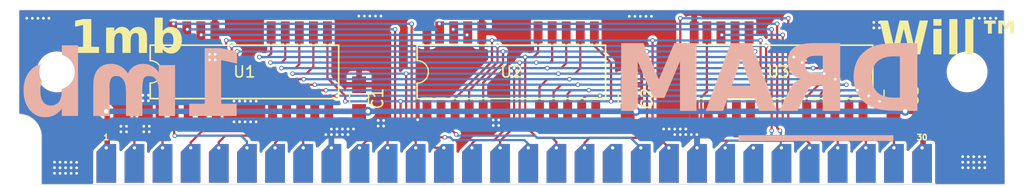
<source format=kicad_pcb>
(kicad_pcb (version 20240108) (generator "pcbnew") (generator_version "8.0")
  (layers (0 "F.Cu" signal) (1 "In1.Cu" power) (2 "In2.Cu" power) (31 "B.Cu" signal) (34 "B.Paste" user) (35 "F.Paste" user) (36 "B.SilkS" user "B.Silkscreen") (37 "F.SilkS" user "F.Silkscreen") (38 "B.Mask" user) (39 "F.Mask" user) (44 "Edge.Cuts" user))
  (net 0 "")
  (net 1 "WE")
  (net 2 "DQ5")
  (net 3 "DP")
  (net 4 "CASP")
  (net 5 "RAS")
  (net 7 "+5V")
  (net 8 "QP")
  (net 9 "A8")
  (net 10 "DQ7")
  (net 11 "GND")
  (net 12 "A9")
  (net 14 "DQ6")
  (net 15 "A5")
  (net 16 "A4")
  (net 17 "DQ2")
  (net 18 "DQ4")
  (net 19 "DQ3")
  (net 20 "A7")
  (net 21 "A6")
  (net 22 "A2")
  (net 23 "A3")
  (net 24 "DQ1")
  (net 25 "A1")
  (net 26 "A0")
  (net 27 "DQ0")
  (net 28 "CAS")
  (footprint "Sebs:30pinSIMM" (layer "F.Cu") (at 114.3 127)
    (property "Reference" "B1" (hide yes))
    (property "Value" "30pinSIMM")
  )
  (footprint "Sebs:SOJ-20" (layer "F.Cu") (at 134.65 116.84)
    (property "Reference" "U1")
    (property "Value" "JEDEC-FPDRAM")
  )
  (footprint "Sebs:SOJ-20" (layer "F.Cu") (at 158.75 116.84)
    (property "Reference" "U2")
    (property "Value" "JEDEC-FPDRAM")
  )
  (footprint "Mounting_Holes:MountingHole_3.2mm_M3" (layer "F.Cu") (at 117.729 116.84)
    (property "Reference" "H1" (hide yes))
    (property "Value" "MountingHole")
  )
  (footprint "Mounting_Holes:MountingHole_3.2mm_M3" (layer "F.Cu") (at 199.898 116.84)
    (property "Reference" "H2" (hide yes))
    (property "Value" "MountingHole")
  )
  (footprint "Capacitors_SMD:C_0805_HandSoldering" (layer "F.Cu") (at 145 119.25 90)
    (property "Reference" "C1")
    (property "Value" "CP")
  )
  (footprint "Capacitors_SMD:C_0805_HandSoldering" (layer "F.Cu") (at 169.25 119.25 90)
    (property "Reference" "C2")
    (property "Value" "CP")
  )
  (footprint "Capacitors_SMD:C_0805_HandSoldering" (layer "F.Cu") (at 193.25 119 90)
    (property "Reference" "C3")
    (property "Value" "CP")
  )
  (footprint "Sebs:SOJ-20" (layer "F.Cu") (at 182.88 116.84)
    (property "Reference" "U3")
    (property "Value" "JEDEC-FPDRAM_Parity")
  )
  (gr_line (start 116.332 122.682) (end 116.332 127) (stroke (width 0.05)) (layer "Edge.Cuts"))
  (gr_line (start 203.25 111.25) (end 114.3 111.25) (stroke (width 0.05)) (layer "Edge.Cuts"))
  (gr_line (start 116.332 127) (end 203.3 127) (stroke (width 0.05)) (layer "Edge.Cuts"))
  (gr_line (start 203.3 127) (end 203.25 111.25) (stroke (width 0.05)) (layer "Edge.Cuts"))
  (gr_line (start 114.3 111.25) (end 114.3 120.65) (stroke (width 0.05)) (layer "Edge.Cuts"))
  (gr_arc (start 114.3 120.65) (mid 115.736841 121.245159) (end 116.332 122.682) (stroke (width 0.05)) (layer "Edge.Cuts"))
  (gr_text "DRAM" (at 196.18 121.38 0) (layer "B.SilkS") (effects (font (size 6 6) (thickness 1.5) (bold yes) (italic yes)) (justify left bottom mirror)))
  (gr_text "1mb" (at 134.93 121.84 0) (layer "B.SilkS") (effects (font (size 6 6) (thickness 1.5) (bold yes) (italic yes)) (justify left bottom mirror)))
  (gr_text "\n_" (at 193.24 122.44 0) (layer "B.SilkS") (effects (font (size 4 20) (thickness 0.5) (bold yes) (italic yes)) (justify left bottom mirror)))
  (gr_text "Will™" (at 191.87 115.77 0) (layer "F.SilkS") (effects (font (size 3 3) (thickness 0.3) (bold yes)) (justify left bottom)))
  (gr_text "1mb" (at 118.89 115.64 0) (layer "F.SilkS") (effects (font (size 3 3) (thickness 0.3) (bold yes)) (justify left bottom)))
  (segment (start 153.67 119.218628) (end 153.67 120.396) (width 0.2) (layer "F.Cu") (net 1))
  (segment (start 157 115.888628) (end 153.67 119.218628) (width 0.2) (layer "F.Cu") (net 1))
  (segment (start 176.53 119.666) (end 176.53 120.396) (width 0.2) (layer "F.Cu") (net 1))
  (segment (start 171.5 122.224) (end 172.974 123.698) (width 0.2) (layer "F.Cu") (net 1))
  (segment (start 133 116) (end 129.57 119.43) (width 0.2) (layer "F.Cu") (net 1))
  (segment (start 181.25 117.5) (end 180.054 118.696) (width 0.2) (layer "F.Cu") (net 1))
  (segment (start 180.054 118.696) (end 177.5 118.696) (width 0.2) (layer "F.Cu") (net 1))
  (segment (start 133 114) (end 133 116) (width 0.2) (layer "F.Cu") (net 1))
  (segment (start 181.25 114) (end 181.25 117.5) (width 0.2) (layer "F.Cu") (net 1))
  (segment (start 157 114) (end 157 115.888628) (width 0.2) (layer "F.Cu") (net 1))
  (segment (start 177.5 118.696) (end 176.53 119.666) (width 0.2) (layer "F.Cu") (net 1))
  (segment (start 129.57 119.43) (end 129.57 120.396) (width 0.2) (layer "F.Cu") (net 1))
  (segment (start 171.5 114) (end 171.5 122.224) (width 0.2) (layer "F.Cu") (net 1))
  (via (at 181.25 114) (size 0.4) (drill 0.25) (layers "F.Cu" "B.Cu") (net 1))
  (via (at 171.5 114) (size 0.4) (drill 0.25) (layers "F.Cu" "B.Cu") (net 1))
  (via (at 133 114) (size 0.4) (drill 0.25) (layers "F.Cu" "B.Cu") (net 1))
  (via (at 157 114) (size 0.4) (drill 0.25) (layers "F.Cu" "B.Cu") (net 1))
  (segment (start 181.25 114) (end 171.5 114) (width 0.2) (layer "B.Cu") (net 1))
  (segment (start 157 114) (end 133 114) (width 0.2) (layer "B.Cu") (net 1))
  (segment (start 171.5 114) (end 157 114) (width 0.2) (layer "B.Cu") (net 1))
  (segment (start 152.4 121.12) (end 152.4 120.396) (width 0.2) (layer "F.Cu") (net 2))
  (segment (start 153.765 122.485) (end 152.4 121.12) (width 0.2) (layer "F.Cu") (net 2))
  (via (at 153.765 122.485) (size 0.4) (drill 0.25) (layers "F.Cu" "B.Cu") (net 2))
  (segment (start 160.88 122.6) (end 161.08 122.8) (width 0.2) (layer "B.Cu") (net 2))
  (segment (start 153.88 122.6) (end 160.88 122.6) (width 0.2) (layer "B.Cu") (net 2))
  (segment (start 153.765 122.485) (end 153.88 122.6) (width 0.2) (layer "B.Cu") (net 2))
  (segment (start 169.536 122.8) (end 170.434 123.698) (width 0.2) (layer "B.Cu") (net 2))
  (segment (start 161.08 122.8) (end 169.536 122.8) (width 0.2) (layer "B.Cu") (net 2))
  (segment (start 174 114.891422) (end 175.26 116.151422) (width 0.2) (layer "F.Cu") (net 3))
  (segment (start 193.294 123.698) (end 193.294 123.084) (width 0.2) (layer "F.Cu") (net 3))
  (segment (start 183.75 120.964314) (end 183.75 112) (width 0.2) (layer "F.Cu") (net 3))
  (segment (start 174 112) (end 174 114.891422) (width 0.2) (layer "F.Cu") (net 3))
  (segment (start 175.26 116.151422) (end 175.26 120.396) (width 0.2) (layer "F.Cu") (net 3))
  (segment (start 184.633686 121.848) (end 183.75 120.964314) (width 0.2) (layer "F.Cu") (net 3))
  (segment (start 193.294 123.084) (end 192.058 121.848) (width 0.2) (layer "F.Cu") (net 3))
  (segment (start 192.058 121.848) (end 184.633686 121.848) (width 0.2) (layer "F.Cu") (net 3))
  (via (at 183.75 112) (size 0.4) (drill 0.25) (layers "F.Cu" "B.Cu") (net 3))
  (via (at 174 112) (size 0.4) (drill 0.25) (layers "F.Cu" "B.Cu") (net 3))
  (segment (start 183.75 112) (end 174 112) (width 0.2) (layer "B.Cu") (net 3))
  (segment (start 183.25 113.5) (end 183.25 121.03) (width 0.2) (layer "F.Cu") (net 4))
  (segment (start 190.754 122.944) (end 190.754 123.698) (width 0.2) (layer "F.Cu") (net 4))
  (segment (start 183.25 121.03) (end 184.468 122.248) (width 0.2) (layer "F.Cu") (net 4))
  (segment (start 184.468 122.248) (end 190.058 122.248) (width 0.2) (layer "F.Cu") (net 4))
  (segment (start 190.058 122.248) (end 190.754 122.944) (width 0.2) (layer "F.Cu") (net 4))
  (via (at 177.75 113.5) (size 0.4) (drill 0.25) (layers "F.Cu" "B.Cu") (net 4))
  (via (at 183.25 113.5) (size 0.4) (drill 0.25) (layers "F.Cu" "B.Cu") (net 4))
  (segment (start 183.25 113.5) (end 177.75 113.5) (width 0.2) (layer "B.Cu") (net 4))
  (segment (start 188.214 122.964) (end 187.898 122.648) (width 0.2) (layer "F.Cu") (net 5))
  (segment (start 187.898 122.648) (end 178.898 122.648) (width 0.2) (layer "F.Cu") (net 5))
  (segment (start 180.404 119.096) (end 178.37 119.096) (width 0.2) (layer "F.Cu") (net 5))
  (segment (start 154.94 118.514314) (end 154.94 120.396) (width 0.2) (layer "F.Cu") (net 5))
  (segment (start 177.8 119.666) (end 177.8 120.396) (width 0.2) (layer "F.Cu") (net 5))
  (segment (start 130.84 118.725686) (end 130.84 120.396) (width 0.2) (layer "F.Cu") (net 5))
  (segment (start 178.898 122.648) (end 177.8 121.55) (width 0.2) (layer "F.Cu") (net 5))
  (segment (start 188.214 123.698) (end 188.214 122.964) (width 0.2) (layer "F.Cu") (net 5))
  (segment (start 181.75 117.75) (end 180.404 119.096) (width 0.2) (layer "F.Cu") (net 5))
  (segment (start 178.37 119.096) (end 177.8 119.666) (width 0.2) (layer "F.Cu") (net 5))
  (segment (start 181.75 114.5) (end 181.75 117.75) (width 0.2) (layer "F.Cu") (net 5))
  (segment (start 157.5 115.954314) (end 154.94 118.514314) (width 0.2) (layer "F.Cu") (net 5))
  (segment (start 133.5 116.065686) (end 130.84 118.725686) (width 0.2) (layer "F.Cu") (net 5))
  (segment (start 157.5 114.5) (end 157.5 115.954314) (width 0.2) (layer "F.Cu") (net 5))
  (segment (start 133.5 114.5) (end 133.5 116.065686) (width 0.2) (layer "F.Cu") (net 5))
  (segment (start 177.8 121.55) (end 177.8 120.396) (width 0.2) (layer "F.Cu") (net 5))
  (via (at 181.75 114.5) (size 0.4) (drill 0.25) (layers "F.Cu" "B.Cu") (net 5))
  (via (at 157.5 114.5) (size 0.4) (drill 0.25) (layers "F.Cu" "B.Cu") (net 5))
  (via (at 133.5 114.5) (size 0.4) (drill 0.25) (layers "F.Cu" "B.Cu") (net 5))
  (segment (start 181.75 114.5) (end 157.5 114.5) (width 0.2) (layer "B.Cu") (net 5))
  (segment (start 157.5 114.5) (end 133.5 114.5) (width 0.2) (layer "B.Cu") (net 5))
  (segment (start 170 120.4) (end 169.996 120.396) (width 0.5) (layer "F.Cu") (net 7))
  (segment (start 194.3 120.396) (end 190.5 120.396) (width 0.5) (layer "F.Cu") (net 7))
  (segment (start 145.796 120.396) (end 142.27 120.396) (width 0.5) (layer "F.Cu") (net 7))
  (segment (start 145.8 120.4) (end 144.900001 120.4) (width 0.5) (layer "F.Cu") (net 7))
  (segment (start 122.17 120.4) (end 122.26 120.49) (width 0.5) (layer "F.Cu") (net 7))
  (segment (start 145.8 120.4) (end 145.796 120.396) (width 0.5) (layer "F.Cu") (net 7))
  (segment (start 195.196 120.396) (end 195.92 121.12) (width 0.5) (layer "F.Cu") (net 7))
  (segment (start 144.900001 120.4) (end 144.896001 120.396) (width 0.5) (layer "F.Cu") (net 7))
  (segment (start 195.92 123.612) (end 195.834 123.698) (width 0.5) (layer "F.Cu") (net 7))
  (segment (start 169.349999 120.4) (end 169.25 120.499999) (width 0.5) (layer "F.Cu") (net 7))
  (segment (start 122.26 120.49) (end 122.26 123.612) (width 0.5) (layer "F.Cu") (net 7))
  (segment (start 144.896001 120.396) (end 145 120.499999) (width 0.2) (layer "F.Cu") (net 7))
  (segment (start 170 120.4) (end 169.349999 120.4) (width 0.5) (layer "F.Cu") (net 7))
  (segment (start 122.26 123.612) (end 122.174 123.698) (width 0.5) (layer "F.Cu") (net 7))
  (segment (start 195.92 121.12) (end 195.92 123.612) (width 0.5) (layer "F.Cu") (net 7))
  (segment (start 169.996 120.396) (end 166.37 120.396) (width 0.5) (layer "F.Cu") (net 7))
  (segment (start 194.3 120.396) (end 195.196 120.396) (width 0.5) (layer "F.Cu") (net 7))
  (via (at 170 120.4) (size 0.8) (drill 0.4) (layers "F.Cu" "B.Cu") (net 7))
  (via (at 122.17 120.4) (size 0.8) (drill 0.39878) (layers "F.Cu" "B.Cu") (net 7))
  (via (at 145.8 120.4) (size 0.8) (drill 0.4) (layers "F.Cu" "B.Cu") (net 7))
  (via (at 194.3 120.396) (size 0.8) (drill 0.4) (layers "F.Cu" "B.Cu") (net 7))
  (segment (start 145.8 120.4) (end 170 120.4) (width 0.5) (layer "B.Cu") (net 7))
  (segment (start 145.8 120.4) (end 122.17 120.4) (width 0.5) (layer "B.Cu") (net 7))
  (segment (start 170 120.4) (end 194.296 120.4) (width 0.5) (layer "B.Cu") (net 7))
  (segment (start 194.296 120.4) (end 194.3 120.396) (width 0.5) (layer "B.Cu") (net 7))
  (segment (start 175.9 119.122) (end 176.403 118.619) (width 0.2) (layer "F.Cu") (net 8))
  (segment (start 177.448 123.048) (end 175.9 121.5) (width 0.2) (layer "F.Cu") (net 8))
  (segment (start 176.403 118.619) (end 176.403 113.284) (width 0.2) (layer "F.Cu") (net 8))
  (segment (start 185.674 123.698) (end 185.674 123.304) (width 0.2) (layer "F.Cu") (net 8))
  (segment (start 185.674 123.698) (end 185.488 123.512) (width 0.2) (layer "F.Cu") (net 8))
  (segment (start 185.674 123.304) (end 185.418 123.048) (width 0.2) (layer "F.Cu") (net 8))
  (segment (start 175.9 121.5) (end 175.9 119.122) (width 0.2) (layer "F.Cu") (net 8))
  (segment (start 185.418 123.048) (end 177.448 123.048) (width 0.2) (layer "F.Cu") (net 8))
  (segment (start 162.45 122.8) (end 162.814 123.164) (width 0.2) (layer "F.Cu") (net 9))
  (segment (start 161.08 122.8) (end 162.45 122.8) (width 0.2) (layer "F.Cu") (net 9))
  (segment (start 185 115.5) (end 185.293 115.207) (width 0.2) (layer "F.Cu") (net 9))
  (segment (start 161.163 115.087) (end 161.163 113.284) (width 0.2) (layer "F.Cu") (net 9))
  (segment (start 160 115.5) (end 160 121.72) (width 0.2) (layer "F.Cu") (net 9))
  (segment (start 162.814 123.164) (end 162.814 123.698) (width 0.2) (layer "F.Cu") (net 9))
  (segment (start 136 115.5) (end 136.75 115.5) (width 0.2) (layer "F.Cu") (net 9))
  (segment (start 137.063 115.187) (end 137.063 113.284) (width 0.2) (layer "F.Cu") (net 9))
  (segment (start 160 115.5) (end 160.75 115.5) (width 0.2) (layer "F.Cu") (net 9))
  (segment (start 185.293 115.207) (end 185.293 113.284) (width 0.2) (layer "F.Cu") (net 9))
  (segment (start 160 121.72) (end 161.08 122.8) (width 0.2) (layer "F.Cu") (net 9))
  (segment (start 160.75 115.5) (end 161.163 115.087) (width 0.2) (layer "F.Cu") (net 9))
  (segment (start 136.75 115.5) (end 137.063 115.187) (width 0.2) (layer "F.Cu") (net 9))
  (segment (start 184.25 115.5) (end 185 115.5) (width 0.2) (layer "F.Cu") (net 9))
  (via (at 160 115.5) (size 0.4) (drill 0.25) (layers "F.Cu" "B.Cu") (net 9))
  (via (at 136 115.5) (size 0.4) (drill 0.25) (layers "F.Cu" "B.Cu") (net 9))
  (via (at 184.25 115.5) (size 0.4) (drill 0.25) (layers "F.Cu" "B.Cu") (net 9))
  (segment (start 184.25 115.5) (end 160 115.5) (width 0.2) (layer "B.Cu") (net 9))
  (segment (start 160 115.5) (end 136 115.5) (width 0.2) (layer "B.Cu") (net 9))
  (segment (start 183 122.148) (end 182.75 121.898) (width 0.2) (layer "F.Cu") (net 10))
  (segment (start 182.75 121.898) (end 182.75 112.5) (width 0.2) (layer "F.Cu") (net 10))
  (via (at 183 122.148) (size 0.4) (drill 0.25) (layers "F.Cu" "B.Cu") (net 10))
  (via (at 182.75 112.5) (size 0.4) (drill 0.25) (layers "F.Cu" "B.Cu") (net 10))
  (via (at 152.25 112.5) (size 0.4) (drill 0.25) (layers "F.Cu" "B.Cu") (net 10))
  (segment (start 183.08 123.644) (end 183.134 123.698) (width 0.2) (layer "B.Cu") (net 10))
  (segment (start 183 122.148) (end 183.08 122.228) (width 0.2) (layer "B.Cu") (net 10))
  (segment (start 183.08 122.228) (end 183.08 123.644) (width 0.2) (layer "B.Cu") (net 10))
  (segment (start 182.75 112.5) (end 152.25 112.5) (width 0.2) (layer "B.Cu") (net 10))
  (via (at 135.71 119.48) (size 0.4) (drill 0.25) (layers "F.Cu" "B.Cu") (net 11))
  (via (at 118.5 125) (size 0.4) (drill 0.25) (layers "F.Cu" "B.Cu") (net 11))
  (via (at 116.5 112) (size 0.4) (drill 0.25) (layers "F.Cu" "B.Cu") (net 11))
  (via (at 170.9 111.82) (size 0.4) (drill 0.25) (layers "F.Cu" "B.Cu") (net 11))
  (via (at 147.22 121.73) (size 0.4) (drill 0.25) (layers "F.Cu" "B.Cu") (net 11))
  (via (at 191.98 112.37) (size 0.4) (drill 0.25) (layers "F.Cu" "B.Cu") (net 11))
  (via (at 173.5 122.5) (size 0.4) (drill 0.25) (layers "F.Cu" "B.Cu") (net 11))
  (via (at 119.5 125) (size 0.4) (drill 0.25) (layers "F.Cu" "B.Cu") (net 11))
  (via (at 145.48 111.8) (size 0.4) (drill 0.25) (layers "F.Cu" "B.Cu") (net 11))
  (via (at 143.5 122) (size 0.4) (drill 0.25) (layers "F.Cu" "B.Cu") (net 11))
  (via (at 135.21 121.35) (size 0.4) (drill 0.25) (layers "F.Cu" "B.Cu") (net 11))
  (via (at 175.5 122.5) (size 0.4) (drill 0.25) (layers "F.Cu" "B.Cu") (net 11))
  (via (at 144.5 122) (size 0.4) (drill 0.25) (layers "F.Cu" "B.Cu") (net 11))
  (via (at 117.498696 124.989681) (size 0.4) (drill 0.25) (layers "F.Cu" "B.Cu") (net 11))
  (via (at 131.5 115.25) (size 0.4) (drill 0.25) (layers "F.Cu" "B.Cu") (net 11))
  (via (at 202 112) (size 0.4) (drill 0.25) (layers "F.Cu" "B.Cu") (net 11))
  (via (at 119 126) (size 0.4) (drill 0.25) (layers "F.Cu" "B.Cu") (net 11))
  (via (at 134.71 119.48) (size 0.4) (drill 0.25) (layers "F.Cu" "B.Cu") (net 11))
  (via (at 135.21 119.48) (size 0.4) (drill 0.25) (layers "F.Cu" "B.Cu") (net 11))
  (via (at 191.98 112.87) (size 0.4) (drill 0.25) (layers "F.Cu" "B.Cu") (net 11))
  (via (at 157.11 121.68) (size 0.4) (drill 0.25) (layers "F.Cu" "B.Cu") (net 11))
  (via (at 201 125.5) (size 0.4) (drill 0.25) (layers "F.Cu" "B.Cu") (net 11))
  (via (at 201 125) (size 0.4) (drill 0.25) (layers "F.Cu" "B.Cu") (net 11))
  (via (at 199.498696 125.489681) (size 0.4) (drill 0.25) (layers "F.Cu" "B.Cu") (net 11))
  (via (at 142.5 122) (size 0.4) (drill 0.25) (layers "F.Cu" "B.Cu") (net 11))
  (via (at 170.4 111.82) (size 0.4) (drill 0.25) (layers "F.Cu" "B.Cu") (net 11))
  (via (at 191.48 112.87) (size 0.4) (drill 0.25) (layers "F.Cu" "B.Cu") (net 11))
  (via (at 126.06 122.25) (size 0.4) (drill 0.25) (layers "F.Cu" "B.Cu") (net 11))
  (via (at 125.98 119.45) (size 0.4) (drill 0.25) (layers "F.Cu" "B.Cu") (net 11))
  (via (at 131.5 115.75) (size 0.4) (drill 0.25) (layers "F.Cu" "B.Cu") (net 11))
  (via (at 145.98 111.8) (size 0.4) (drill 0.25) (layers "F.Cu" "B.Cu") (net 11))
  (via (at 119 125) (size 0.4) (drill 0.25) (layers "F.Cu" "B.Cu") (net 11))
  (via (at 125.56 122.25) (size 0.4) (drill 0.25) (layers "F.Cu" "B.Cu") (net 11))
  (via (at 133.71 121.35) (size 0.4) (drill 0.25) (layers "F.Cu" "B.Cu") (net 11))
  (via (at 199.498696 124.989681) (size 0.4) (drill 0.25) (layers "F.Cu" "B.Cu") (net 11))
  (via (at 115.5 112) (size 0.4) (drill 0.25) (layers "F.Cu" "B.Cu") (net 11))
  (via (at 134.21 121.35) (size 0.4) (drill 0.25) (layers "F.Cu" "B.Cu") (net 11))
  (via (at 126.06 121.75) (size 0.4) (drill 0.25) (layers "F.Cu" "B.Cu") (net 11))
  (via (at 202.5 112) (size 0.4) (drill 0.25) (layers "F.Cu" "B.Cu") (net 11))
  (via (at 124 122.25) (size 0.4) (drill 0.25) (layers "F.Cu" "B.Cu") (net 11))
  (via (at 119.5 126) (size 0.4) (drill 0.25) (layers "F.Cu" "B.Cu") (net 11))
  (via (at 134.21 119.48) (size 0.4) (drill 0.25) (layers "F.Cu" "B.Cu") (net 11))
  (via (at 201.5 112) (size 0.4) (drill 0.25) (layers "F.Cu" "B.Cu") (net 11))
  (via (at 150.29 121.16) (size 0.4) (drill 0.25) (layers "F.Cu" "B.Cu") (net 11))
  (via (at 171.4 111.82) (size 0.4) (drill 0.25) (layers "F.Cu" "B.Cu") (net 11))
  (via (at 118.5 126) (size 0.4) (drill 0.25) (layers "F.Cu" "B.Cu") (net 11))
  (via (at 119.5 125.5) (size 0.4) (drill 0.25) (layers "F.Cu" "B.Cu") (net 11))
  (via (at 123.5 122.25) (size 0.4) (drill 0.25) (layers "F.Cu" "B.Cu") (net 11))
  (via (at 125.98 118.95) (size 0.4) (drill 0.25) (layers "F.Cu" "B.Cu") (net 11))
  (via (at 144.98 111.8) (size 0.4) (drill 0.25) (layers "F.Cu" "B.Cu") (net 11))
  (via (at 117 112) (size 0.4) (drill 0.25) (layers "F.Cu" "B.Cu") (net 11))
  (via (at 201.5 124.5) (size 0.4) (drill 0.25) (layers "F.Cu" "B.Cu") (net 11))
  (via (at 174 122.5) (size 0.4) (drill 0.25) (layers "F.Cu" "B.Cu") (net 11))
  (via (at 146.72 121.73) (size 0.4) (drill 0.25) (layers "F.Cu" "B.Cu") (net 11))
  (via (at 201.5 125) (size 0.4) (drill 0.25) (layers "F.Cu" "B.Cu") (net 11))
  (via (at 134.71 121.35) (size 0.4) (drill 0.25) (layers "F.Cu" "B.Cu") (net 11))
  (via (at 191.48 112.37) (size 0.4) (drill 0.25) (layers "F.Cu" "B.Cu") (net 11))
  (via (at 115 112) (size 0.4) (drill 0.25) (layers "F.Cu" "B.Cu") (net 11))
  (via (at 133.71 119.48) (size 0.4) (drill 0.25) (layers "F.Cu" "B.Cu") (net 11))
  (via (at 146.48 111.8) (size 0.4) (drill 0.25) (layers "F.Cu" "B.Cu") (net 11))
  (via (at 117.498696 125.489681) (size 0.4) (drill 0.25) (layers "F.Cu" "B.Cu") (net 11))
  (via (at 146.98 111.8) (size 0.4) (drill 0.25) (layers "F.Cu" "B.Cu") (net 11))
  (via (at 200 125.5) (size 0.4) (drill 0.25) (layers "F.Cu" "B.Cu") (net 11))
  (via (at 125.48 119.45) (size 0.4) (drill 0.25) (layers "F.Cu" "B.Cu") (net 11))
  (via (at 125.48 118.95) (size 0.4) (drill 0.25) (layers "F.Cu" "B.Cu") (net 11))
  (via (at 144 122.5) (size 0.4) (drill 0.25) (layers "F.Cu" "B.Cu") (net 11))
  (via (at 200 125) (size 0.4) (drill 0.25) (layers "F.Cu" "B.Cu") (net 11))
  (via (at 147.22 121.23) (size 0.4) (drill 0.25) (layers "F.Cu" "B.Cu") (net 11))
  (via (at 125.56 121.75) (size 0.4) (drill 0.25) (layers "F.Cu" "B.Cu") (net 11))
  (via (at 173.5 122) (size 0.4) (drill 0.25) (layers "F.Cu" "B.Cu") (net 11))
  (via (at 135.71 121.35) (size 0.4) (drill 0.25) (layers "F.Cu" "B.Cu") (net 11))
  (via (at 123.5 121.75) (size 0.4) (drill 0.25) (layers "F.Cu" "B.Cu") (net 11))
  (via (at 200.5 112) (size 0.4) (drill 0.25) (layers "F.Cu" "B.Cu") (net 11))
  (via (at 144 122) (size 0.4) (drill 0.25) (layers "F.Cu" "B.Cu") (net 11))
  (via (at 199.498696 124.489681) (size 0.4) (drill 0.25) (layers "F.Cu" "B.Cu") (net 11))
  (via (at 200.5 125) (size 0.4) (drill 0.25) (layers "F.Cu" "B.Cu") (net 11))
  (via (at 200.5 124.5) (size 0.4) (drill 0.25) (layers "F.Cu" "B.Cu") (net 11))
  (via (at 169.4 111.82) (size 0.4) (drill 0.25) (layers "F.Cu" "B.Cu") (net 11))
  (via (at 119 125.5) (size 0.4) (drill 0.25) (layers "F.Cu" "B.Cu") (net 11))
  (via (at 157.61 121.18) (size 0.4) (drill 0.25) (layers "F.Cu" "B.Cu") (net 11))
  (via (at 118.5 125.5) (size 0.4) (drill 0.25) (layers "F.Cu" "B.Cu") (net 11))
  (via (at 157.61 121.68) (size 0.4) (drill 0.25) (layers "F.Cu" "B.Cu") (net 11))
  (via (at 116 112) (size 0.4) (drill 0.25) (layers "F.Cu" "B.Cu") (net 11))
  (via (at 174 122) (size 0.4) (drill 0.25) (layers "F.Cu" "B.Cu") (net 11))
  (via (at 143.5 122.5) (size 0.4) (drill 0.25) (layers "F.Cu" "B.Cu") (net 11))
  (via (at 173 122) (size 0.4) (drill 0.25) (layers "F.Cu" "B.Cu") (net 11))
  (via (at 172.5 122) (size 0.4) (drill 0.25) (layers "F.Cu" "B.Cu") (net 11))
  (via (at 142.5 122.5) (size 0.4) (drill 0.25) (layers "F.Cu" "B.Cu") (net 11))
  (via (at 118 125.5) (size 0.4) (drill 0.25) (layers "F.Cu" "B.Cu") (net 11))
  (via (at 118 126) (size 0.4) (drill 0.25) (layers "F.Cu" "B.Cu") (net 11))
  (via (at 174.5 122.5) (size 0.4) (drill 0.25) (layers "F.Cu" "B.Cu") (net 11))
  (via (at 174.5 122) (size 0.4) (drill 0.25) (layers "F.Cu" "B.Cu") (net 11))
  (via (at 146.72 121.23) (size 0.4) (drill 0.25) (layers "F.Cu" "B.Cu") (net 11))
  (via (at 117.498696 125.989681) (size 0.4) (drill 0.25) (layers "F.Cu" "B.Cu") (net 11))
  (via (at 175 122.5) (size 0.4) (drill 0.25) (layers "F.Cu" "B.Cu") (net 11))
  (via (at 142 122.5) (size 0.4) (drill 0.25) (layers "F.Cu" "B.Cu") (net 11))
  (via (at 169.9 111.82) (size 0.4) (drill 0.25) (layers "F.Cu" "B.Cu") (net 11))
  (via (at 132 115.75) (size 0.4) (drill 0.25) (layers "F.Cu" "B.Cu") (net 11))
  (via (at 200.5 125.5) (size 0.4) (drill 0.25) (layers "F.Cu" "B.Cu") (net 11))
  (via (at 143 122) (size 0.4) (drill 0.25) (layers "F.Cu" "B.Cu") (net 11))
  (via (at 200 124.5) (size 0.4) (drill 0.25) (layers "F.Cu" "B.Cu") (net 11))
  (via (at 201.5 125.5) (size 0.4) (drill 0.25) (layers "F.Cu" "B.Cu") (net 11))
  (via (at 201 112) (size 0.4) (drill 0.25) (layers "F.Cu" "B.Cu") (net 11))
  (via (at 132 115.25) (size 0.4) (drill 0.25) (layers "F.Cu" "B.Cu") (net 11))
  (via (at 124 121.75) (size 0.4) (drill 0.25) (layers "F.Cu" "B.Cu") (net 11))
  (via (at 157.11 121.18) (size 0.4) (drill 0.25) (layers "F.Cu" "B.Cu") (net 11))
  (via (at 143 122.5) (size 0.4) (drill 0.25) (layers "F.Cu" "B.Cu") (net 11))
  (via (at 201 124.5) (size 0.4) (drill 0.25) (layers "F.Cu" "B.Cu") (net 11))
  (via (at 118 125) (size 0.4) (drill 0.25) (layers "F.Cu" "B.Cu") (net 11))
  (segment (start 165.354 123.246) (end 165.354 123.698) (width 0.2) (layer "F.Cu") (net 12))
  (segment (start 180.75 115) (end 180.213 114.463) (width 0.2) (layer "F.Cu") (net 12))
  (segment (start 180.213 114.463) (end 180.213 113.284) (width 0.2) (layer "F.Cu") (net 12))
  (segment (start 171 122.25) (end 170.45 122.8) (width 0.2) (layer "F.Cu") (net 12))
  (segment (start 158 116.02) (end 156.21 117.81) (width 0.2) (layer "F.Cu") (net 12))
  (segment (start 132.11 118.021372) (end 132.11 120.396) (width 0.2) (layer "F.Cu") (net 12))
  (segment (start 165.8 122.8) (end 165.354 123.246) (width 0.2) (layer "F.Cu") (net 12))
  (segment (start 170.45 122.8) (end 165.8 122.8) (width 0.2) (layer "F.Cu") (net 12))
  (segment (start 171 115) (end 171 122.25) (width 0.2) (layer "F.Cu") (net 12))
  (segment (start 134 116.131372) (end 132.11 118.021372) (width 0.2) (layer "F.Cu") (net 12))
  (segment (start 134 115) (end 134 116.131372) (width 0.2) (layer "F.Cu") (net 12))
  (segment (start 156.21 117.81) (end 156.21 120.396) (width 0.2) (layer "F.Cu") (net 12))
  (segment (start 158 115) (end 158 116.02) (width 0.2) (layer "F.Cu") (net 12))
  (via (at 134 115) (size 0.4) (drill 0.25) (layers "F.Cu" "B.Cu") (net 12))
  (via (at 180.75 115) (size 0.4) (drill 0.25) (layers "F.Cu" "B.Cu") (net 12))
  (via (at 171 115) (size 0.4) (drill 0.25) (layers "F.Cu" "B.Cu") (net 12))
  (via (at 158 115) (size 0.4) (drill 0.25) (layers "F.Cu" "B.Cu") (net 12))
  (segment (start 180.75 115) (end 158 115) (width 0.2) (layer "B.Cu") (net 12))
  (segment (start 158 115) (end 134 115) (width 0.2) (layer "B.Cu") (net 12))
  (segment (start 182.25 113) (end 182.25 122.148) (width 0.2) (layer "F.Cu") (net 14))
  (via (at 182.25 122.148) (size 0.4) (drill 0.25) (layers "F.Cu" "B.Cu") (net 14))
  (via (at 182.25 113) (size 0.4) (drill 0.25) (layers "F.Cu" "B.Cu") (net 14))
  (via (at 153.5 113) (size 0.4) (drill 0.25) (layers "F.Cu" "B.Cu") (net 14))
  (segment (start 182.25 113) (end 173.713341 113) (width 0.2) (layer "B.Cu") (net 14))
  (segment (start 173.713341 113) (end 153.5 113) (width 0.2) (layer "B.Cu") (net 14))
  (segment (start 178.054 123.326) (end 178.054 123.698) (width 0.2) (layer "B.Cu") (net 14))
  (segment (start 178.34 123.04) (end 178.054 123.326) (width 0.2) (layer "B.Cu") (net 14))
  (segment (start 182.25 122.5) (end 181.71 123.04) (width 0.2) (layer "B.Cu") (net 14))
  (segment (start 182.25 122.148) (end 182.25 122.5) (width 0.2) (layer "B.Cu") (net 14))
  (segment (start 181.71 123.04) (end 178.34 123.04) (width 0.2) (layer "B.Cu") (net 14))
  (segment (start 164.973 116.518996) (end 164.973 113.284) (width 0.2) (layer "F.Cu") (net 15))
  (segment (start 163 116.995998) (end 164.495998 116.995998) (width 0.2) (layer "F.Cu") (net 15))
  (segment (start 140.25 117) (end 140.873 116.377) (width 0.2) (layer "F.Cu") (net 15))
  (segment (start 149.25 122.25) (end 150.114 123.114) (width 0.2) (layer "F.Cu") (net 15))
  (segment (start 187 117) (end 189.103 114.897) (width 0.2) (layer "F.Cu") (net 15))
  (segment (start 150.114 123.114) (end 150.114 123.698) (width 0.2) (layer "F.Cu") (net 15))
  (segment (start 149.25 117) (end 149.25 122.25) (width 0.2) (layer "F.Cu") (net 15))
  (segment (start 139 117) (end 140.25 117) (width 0.2) (layer "F.Cu") (net 15))
  (segment (start 164.495998 116.995998) (end 164.973 116.518996) (width 0.2) (layer "F.Cu") (net 15))
  (segment (start 140.873 116.377) (end 140.873 113.284) (width 0.2) (layer "F.Cu") (net 15))
  (segment (start 189.103 114.897) (end 189.103 113.284) (width 0.2) (layer "F.Cu") (net 15))
  (via (at 163 116.995998) (size 0.4) (drill 0.25) (layers "F.Cu" "B.Cu") (net 15))
  (via (at 149.25 117) (size 0.4) (drill 0.25) (layers "F.Cu" "B.Cu") (net 15))
  (via (at 187 117) (size 0.4) (drill 0.25) (layers "F.Cu" "B.Cu") (net 15))
  (via (at 139 117) (size 0.4) (drill 0.25) (layers "F.Cu" "B.Cu") (net 15))
  (segment (start 164.207107 116.995998) (end 163 116.995998) (width 0.2) (layer "B.Cu") (net 15))
  (segment (start 163 116.995998) (end 162.995998 117) (width 0.2) (layer "B.Cu") (net 15))
  (segment (start 187 117) (end 164.211109 117) (width 0.2) (layer "B.Cu") (net 15))
  (segment (start 149.25 117) (end 139 117) (width 0.2) (layer "B.Cu") (net 15))
  (segment (start 164.211109 117) (end 164.207107 116.995998) (width 0.2) (layer "B.Cu") (net 15))
  (segment (start 162.995998 117) (end 149.25 117) (width 0.2) (layer "B.Cu") (net 15))
  (segment (start 192 119.5) (end 192 119) (width 0.2) (layer "F.Cu") (net 16))
  (segment (start 142.143 117.393) (end 142.143 113.284) (width 0.2) (layer "F.Cu") (net 16))
  (segment (start 167.75 119.5) (end 167.75 116) (width 0.2) (layer "F.Cu") (net 16))
  (segment (start 143.75 119) (end 142.143 117.393) (width 0.2) (layer "F.Cu") (net 16))
  (segment (start 167.75 116) (end 166.243 114.493) (width 0.2) (layer "F.Cu") (net 16))
  (segment (start 143.75 119.5) (end 143.75 119) (width 0.2) (layer "F.Cu") (net 16))
  (segment (start 148.75 119.5) (end 148.75 121.875) (width 0.2) (layer "F.Cu") (net 16))
  (segment (start 148.75 121.875) (end 147.574 123.051) (width 0.2) (layer "F.Cu") (net 16))
  (segment (start 192 119) (end 190.373 117.373) (width 0.2) (layer "F.Cu") (net 16))
  (segment (start 147.574 123.051) (end 147.574 123.698) (width 0.2) (layer "F.Cu") (net 16))
  (segment (start 190.373 117.373) (end 190.373 113.284) (width 0.2) (layer "F.Cu") (net 16))
  (segment (start 166.243 114.493) (end 166.243 113.284) (width 0.2) (layer "F.Cu") (net 16))
  (via (at 148.75 119.5) (size 0.4) (drill 0.25) (layers "F.Cu" "B.Cu") (net 16))
  (via (at 167.75 119.5) (size 0.4) (drill 0.25) (layers "F.Cu" "B.Cu") (net 16))
  (via (at 192 119.5) (size 0.4) (drill 0.25) (layers "F.Cu" "B.Cu") (net 16))
  (via (at 143.75 119.5) (size 0.4) (drill 0.25) (layers "F.Cu" "B.Cu") (net 16))
  (segment (start 192 119.5) (end 167.75 119.5) (width 0.2) (layer "B.Cu") (net 16))
  (segment (start 148.75 119.5) (end 143.75 119.5) (width 0.2) (layer "B.Cu") (net 16))
  (segment (start 167.75 119.5) (end 148.75 119.5) (width 0.2) (layer "B.Cu") (net 16))
  (segment (start 148.25 113) (end 148.25 121.75) (width 0.2) (layer "F.Cu") (net 17))
  (segment (start 146.952 123.048) (end 145.684 123.048) (width 0.2) (layer "F.Cu") (net 17))
  (segment (start 148.25 121.75) (end 146.952 123.048) (width 0.2) (layer "F.Cu") (net 17))
  (segment (start 145.684 123.048) (end 145.034 123.698) (width 0.2) (layer "F.Cu") (net 17))
  (via (at 129.5 113) (size 0.4) (drill 0.25) (layers "F.Cu" "B.Cu") (net 17))
  (via (at 148.25 113) (size 0.4) (drill 0.25) (layers "F.Cu" "B.Cu") (net 17))
  (segment (start 129.5 113) (end 148.25 113) (width 0.2) (layer "B.Cu") (net 17))
  (segment (start 152.268 122.748) (end 151.13 121.61) (width 0.2) (layer "F.Cu") (net 18))
  (segment (start 152.752 122.748) (end 152.268 122.748) (width 0.2) (layer "F.Cu") (net 18))
  (segment (start 151.13 121.61) (end 151.13 120.396) (width 0.2) (layer "F.Cu") (net 18))
  (via (at 152.752 122.748) (size 0.4) (drill 0.25) (layers "F.Cu" "B.Cu") (net 18))
  (segment (start 159.93 123) (end 160.274 123.344) (width 0.2) (layer "B.Cu") (net 18))
  (segment (start 160.274 123.344) (end 160.274 123.698) (width 0.2) (layer "B.Cu") (net 18))
  (segment (start 153.48 123) (end 159.93 123) (width 0.2) (layer "B.Cu") (net 18))
  (segment (start 153.228 122.748) (end 153.48 123) (width 0.2) (layer "B.Cu") (net 18))
  (segment (start 152.752 122.748) (end 153.228 122.748) (width 0.2) (layer "B.Cu") (net 18))
  (segment (start 149.75 112.5) (end 149.75 121.56) (width 0.2) (layer "F.Cu") (net 19))
  (segment (start 149.75 121.56) (end 151.888 123.698) (width 0.2) (layer "F.Cu") (net 19))
  (segment (start 151.888 123.698) (end 152.654 123.698) (width 0.2) (layer "F.Cu") (net 19))
  (via (at 128.25 112.5) (size 0.4) (drill 0.25) (layers "F.Cu" "B.Cu") (net 19))
  (via (at 149.75 112.5) (size 0.4) (drill 0.25) (layers "F.Cu" "B.Cu") (net 19))
  (segment (start 128.5 112.5) (end 149.75 112.5) (width 0.2) (layer "B.Cu") (net 19))
  (segment (start 128.25 112.5) (end 128.5 112.5) (width 0.2) (layer "B.Cu") (net 19))
  (segment (start 161 116) (end 162.25 116) (width 0.2) (layer "F.Cu") (net 20))
  (segment (start 157.734 123.698) (end 157.734 123.086) (width 0.2) (layer "F.Cu") (net 20))
  (segment (start 137 116) (end 138 116) (width 0.2) (layer "F.Cu") (net 20))
  (segment (start 186.563 115.437) (end 186.563 113.284) (width 0.2) (layer "F.Cu") (net 20))
  (segment (start 185 116) (end 186 116) (width 0.2) (layer "F.Cu") (net 20))
  (segment (start 159.5 121.32) (end 159.5 116) (width 0.2) (layer "F.Cu") (net 20))
  (segment (start 138.333 115.667) (end 138.333 113.284) (width 0.2) (layer "F.Cu") (net 20))
  (segment (start 186 116) (end 186.563 115.437) (width 0.2) (layer "F.Cu") (net 20))
  (segment (start 162.25 116) (end 162.433 115.817) (width 0.2) (layer "F.Cu") (net 20))
  (segment (start 157.734 123.086) (end 159.5 121.32) (width 0.2) (layer "F.Cu") (net 20))
  (segment (start 138 116) (end 138.333 115.667) (width 0.2) (layer "F.Cu") (net 20))
  (segment (start 162.433 115.817) (end 162.433 113.284) (width 0.2) (layer "F.Cu") (net 20))
  (via (at 185 116) (size 0.4) (drill 0.25) (layers "F.Cu" "B.Cu") (net 20))
  (via (at 159.5 116) (size 0.4) (drill 0.25) (layers "F.Cu" "B.Cu") (net 20))
  (via (at 161 116) (size 0.4) (drill 0.25) (layers "F.Cu" "B.Cu") (net 20))
  (via (at 137 116) (size 0.4) (drill 0.25) (layers "F.Cu" "B.Cu") (net 20))
  (segment (start 159.5 116) (end 137.75 116) (width 0.2) (layer "B.Cu") (net 20))
  (segment (start 161 116) (end 159.5 116) (width 0.2) (layer "B.Cu") (net 20))
  (segment (start 185 116) (end 161 116) (width 0.2) (layer "B.Cu") (net 20))
  (segment (start 137.75 116) (end 137 116) (width 0.2) (layer "B.Cu") (net 20))
  (segment (start 186.5 116.5) (end 187.833 115.167) (width 0.2) (layer "F.Cu") (net 21))
  (segment (start 187.833 115.167) (end 187.833 113.284) (width 0.2) (layer "F.Cu") (net 21))
  (segment (start 163.254002 116.495998) (end 163.703 116.047) (width 0.2) (layer "F.Cu") (net 21))
  (segment (start 162.25 116.5) (end 162.254002 116.495998) (width 0.2) (layer "F.Cu") (net 21))
  (segment (start 159 116.5) (end 159 121.2) (width 0.2) (layer "F.Cu") (net 21))
  (segment (start 162.254002 116.495998) (end 163.254002 116.495998) (width 0.2) (layer "F.Cu") (net 21))
  (segment (start 155.5 123) (end 155.194 123.306) (width 0.2) (layer "F.Cu") (net 21))
  (segment (start 155.194 123.306) (end 155.194 123.698) (width 0.2) (layer "F.Cu") (net 21))
  (segment (start 186 116.5) (end 186.5 116.5) (width 0.2) (layer "F.Cu") (net 21))
  (segment (start 157.2 123) (end 155.5 123) (width 0.2) (layer "F.Cu") (net 21))
  (segment (start 139.25 116.5) (end 139.603 116.147) (width 0.2) (layer "F.Cu") (net 21))
  (segment (start 163.703 116.047) (end 163.703 113.284) (width 0.2) (layer "F.Cu") (net 21))
  (segment (start 138 116.5) (end 139.25 116.5) (width 0.2) (layer "F.Cu") (net 21))
  (segment (start 159 121.2) (end 157.2 123) (width 0.2) (layer "F.Cu") (net 21))
  (segment (start 162 116.5) (end 162.25 116.5) (width 0.2) (layer "F.Cu") (net 21))
  (segment (start 139.603 116.147) (end 139.603 113.284) (width 0.2) (layer "F.Cu") (net 21))
  (via (at 162 116.5) (size 0.4) (drill 0.25) (layers "F.Cu" "B.Cu") (net 21))
  (via (at 186 116.5) (size 0.4) (drill 0.25) (layers "F.Cu" "B.Cu") (net 21))
  (via (at 159 116.5) (size 0.4) (drill 0.25) (layers "F.Cu" "B.Cu") (net 21))
  (via (at 138 116.5) (size 0.4) (drill 0.25) (layers "F.Cu" "B.Cu") (net 21))
  (segment (start 163.211109 116.5) (end 163.207107 116.495998) (width 0.2) (layer "B.Cu") (net 21))
  (segment (start 162 116.5) (end 159 116.5) (width 0.2) (layer "B.Cu") (net 21))
  (segment (start 186 116.5) (end 163.211109 116.5) (width 0.2) (layer "B.Cu") (net 21))
  (segment (start 162.004002 116.495998) (end 162 116.5) (width 0.2) (layer "B.Cu") (net 21))
  (segment (start 159 116.5) (end 138 116.5) (width 0.2) (layer "B.Cu") (net 21))
  (segment (start 163.207107 116.495998) (end 162.004002 116.495998) (width 0.2) (layer "B.Cu") (net 21))
  (segment (start 139.73 118.77) (end 139.73 120.396) (width 0.2) (layer "F.Cu") (net 22))
  (segment (start 164.25 118.5) (end 164.16 118.5) (width 0.2) (layer "F.Cu") (net 22))
  (segment (start 187.96 119.04) (end 187.96 120.396) (width 0.2) (layer "F.Cu") (net 22))
  (segment (start 140 118.5) (end 139.73 118.77) (width 0.2) (layer "F.Cu") (net 22))
  (segment (start 190 118.5) (end 188.5 118.5) (width 0.2) (layer "F.Cu") (net 22))
  (segment (start 137.66 123) (end 137.414 123.246) (width 0.2) (layer "F.Cu") (net 22))
  (segment (start 139.73 120.396) (end 139.73 122.21) (width 0.2) (layer "F.Cu") (net 22))
  (segment (start 137.414 123.246) (end 137.414 123.698) (width 0.2) (layer "F.Cu") (net 22))
  (segment (start 164.16 118.5) (end 163.83 118.83) (width 0.2) (layer "F.Cu") (net 22))
  (segment (start 188.5 118.5) (end 187.96 119.04) (width 0.2) (layer "F.Cu") (net 22))
  (segment (start 165.75 118.495998) (end 164.254002 118.495998) (width 0.2) (layer "F.Cu") (net 22))
  (segment (start 139.73 122.21) (end 138.94 123) (width 0.2) (layer "F.Cu") (net 22))
  (segment (start 138.94 123) (end 137.66 123) (width 0.2) (layer "F.Cu") (net 22))
  (segment (start 142 118.5) (end 140 118.5) (width 0.2) (layer "F.Cu") (net 22))
  (segment (start 163.83 118.83) (end 163.83 120.396) (width 0.2) (layer "F.Cu") (net 22))
  (segment (start 164.254002 118.495998) (end 164.25 118.5) (width 0.2) (layer "F.Cu") (net 22))
  (via (at 142 118.5) (size 0.4) (drill 0.25) (layers "F.Cu" "B.Cu") (net 22))
  (via (at 190 118.5) (size 0.4) (drill 0.25) (layers "F.Cu" "B.Cu") (net 22))
  (via (at 165.75 118.495998) (size 0.4) (drill 0.25) (layers "F.Cu" "B.Cu") (net 22))
  (segment (start 166.957107 118.495998) (end 165.75 118.495998) (width 0.2) (layer "B.Cu") (net 22))
  (segment (start 190 118.5) (end 166.961109 118.5) (width 0.2) (layer "B.Cu") (net 22))
  (segment (start 166.961109 118.5) (end 166.957107 118.495998) (width 0.2) (layer "B.Cu") (net 22))
  (segment (start 165.75 118.495998) (end 142.004002 118.495998) (width 0.2) (layer "B.Cu") (net 22))
  (segment (start 142.004002 118.495998) (end 142 118.5) (width 0.2) (layer "B.Cu") (net 22))
  (segment (start 165.1 119.4) (end 165.1 120.396) (width 0.2) (layer "F.Cu") (net 23))
  (segment (start 189.23 119.27) (end 189.23 120.396) (width 0.2) (layer "F.Cu") (net 23))
  (segment (start 189.5 119) (end 189.23 119.27) (width 0.2) (layer "F.Cu") (net 23))
  (segment (start 139.954 122.606) (end 139.954 123.698) (width 0.2) (layer "F.Cu") (net 23))
  (segment (start 166.75 118.995998) (end 165.504002 118.995998) (width 0.2) (layer "F.Cu") (net 23))
  (segment (start 165.504002 118.995998) (end 165.1 119.4) (width 0.2) (layer "F.Cu") (net 23))
  (segment (start 141 120.396) (end 141 121.56) (width 0.2) (layer "F.Cu") (net 23))
  (segment (start 191 119) (end 189.5 119) (width 0.2) (layer "F.Cu") (net 23))
  (segment (start 141 121.56) (end 139.954 122.606) (width 0.2) (layer "F.Cu") (net 23))
  (segment (start 143 119) (end 141.25 119) (width 0.2) (layer "F.Cu") (net 23))
  (segment (start 141.25 119) (end 141 119.25) (width 0.2) (layer "F.Cu") (net 23))
  (segment (start 141 119.25) (end 141 120.396) (width 0.2) (layer "F.Cu") (net 23))
  (via (at 166.75 118.995998) (size 0.4) (drill 0.25) (layers "F.Cu" "B.Cu") (net 23))
  (via (at 143 119) (size 0.4) (drill 0.25) (layers "F.Cu" "B.Cu") (net 23))
  (via (at 191 119) (size 0.4) (drill 0.25) (layers "F.Cu" "B.Cu") (net 23))
  (segment (start 166.754002 119) (end 166.75 118.995998) (width 0.2) (layer "B.Cu") (net 23))
  (segment (start 143.004002 118.995998) (end 143 119) (width 0.2) (layer "B.Cu") (net 23))
  (segment (start 191 119) (end 166.754002 119) (width 0.2) (layer "B.Cu") (net 23))
  (segment (start 166.75 118.995998) (end 143.004002 118.995998) (width 0.2) (layer "B.Cu") (net 23))
  (segment (start 128.3 122.55) (end 128.3 120.396) (width 0.2) (layer "F.Cu") (net 24))
  (segment (start 128.355 122.605) (end 128.3 122.55) (width 0.2) (layer "F.Cu") (net 24))
  (via (at 128.355 122.605) (size 0.4) (drill 0.25) (layers "F.Cu" "B.Cu") (net 24))
  (segment (start 134.35 122.6) (end 134.874 123.124) (width 0.2) (layer "B.Cu") (net 24))
  (segment (start 128.355 122.605) (end 128.36 122.6) (width 0.2) (layer "B.Cu") (net 24))
  (segment (start 134.874 123.124) (end 134.874 123.698) (width 0.2) (layer "B.Cu") (net 24))
  (segment (start 128.36 122.6) (end 134.35 122.6) (width 0.2) (layer "B.Cu") (net 24))
  (segment (start 138.46 120.396) (end 138.46 122.1) (width 0.2) (layer "F.Cu") (net 25))
  (segment (start 132.92 122.6) (end 132.334 123.186) (width 0.2) (layer "F.Cu") (net 25))
  (segment (start 163.254002 117.995998) (end 162.56 118.69) (width 0.2) (layer "F.Cu") (net 25))
  (segment (start 138.46 120.396) (end 138.46 118.575686) (width 0.2) (layer "F.Cu") (net 25))
  (segment (start 132.334 123.186) (end 132.334 123.698) (width 0.2) (layer "F.Cu") (net 25))
  (segment (start 138.46 118.575686) (end 139.035686 118) (width 0.2) (layer "F.Cu") (net 25))
  (segment (start 162.56 118.69) (end 162.56 120.396) (width 0.2) (layer "F.Cu") (net 25))
  (segment (start 186.69 118.81) (end 186.69 120.396) (width 0.2) (layer "F.Cu") (net 25))
  (segment (start 187.5 118) (end 186.69 118.81) (width 0.2) (layer "F.Cu") (net 25))
  (segment (start 139.035686 118) (end 141 118) (width 0.2) (layer "F.Cu") (net 25))
  (segment (start 189 118) (end 187.5 118) (width 0.2) (layer "F.Cu") (net 25))
  (segment (start 137.96 122.6) (end 132.92 122.6) (width 0.2) (layer "F.Cu") (net 25))
  (segment (start 138.46 122.1) (end 137.96 122.6) (width 0.2) (layer "F.Cu") (net 25))
  (segment (start 164.75 117.995998) (end 163.254002 117.995998) (width 0.2) (layer "F.Cu") (net 25))
  (via (at 189 118) (size 0.4) (drill 0.25) (layers "F.Cu" "B.Cu") (net 25))
  (via (at 141 118) (size 0.4) (drill 0.25) (layers "F.Cu" "B.Cu") (net 25))
  (via (at 164.75 117.995998) (size 0.4) (drill 0.25) (layers "F.Cu" "B.Cu") (net 25))
  (segment (start 164.75 117.995998) (end 141.004002 117.995998) (width 0.2) (layer "B.Cu") (net 25))
  (segment (start 189 118) (end 165.961109 118) (width 0.2) (layer "B.Cu") (net 25))
  (segment (start 141.004002 117.995998) (end 141 118) (width 0.2) (layer "B.Cu") (net 25))
  (segment (start 165.961109 118) (end 165.957107 117.995998) (width 0.2) (layer "B.Cu") (net 25))
  (segment (start 165.957107 117.995998) (end 164.75 117.995998) (width 0.2) (layer "B.Cu") (net 25))
  (segment (start 136.71 122.18) (end 130.83 122.18) (width 0.2) (layer "F.Cu") (net 26))
  (segment (start 185.42 119.08) (end 185.42 120.396) (width 0.2) (layer "F.Cu") (net 26))
  (segment (start 129.794 123.216) (end 129.794 123.698) (width 0.2) (layer "F.Cu") (net 26))
  (segment (start 137.19 120.396) (end 137.19 121.7) (width 0.2) (layer "F.Cu") (net 26))
  (segment (start 138.06 117.5) (end 137.19 118.37) (width 0.2) (layer "F.Cu") (net 26))
  (segment (start 130.83 122.18) (end 129.794 123.216) (width 0.2) (layer "F.Cu") (net 26))
  (segment (start 187 117.5) (end 185.42 119.08) (width 0.2) (layer "F.Cu") (net 26))
  (segment (start 137.19 121.7) (end 136.71 122.18) (width 0.2) (layer "F.Cu") (net 26))
  (segment (start 137.19 118.37) (end 137.19 120.396) (width 0.2) (layer "F.Cu") (net 26))
  (segment (start 140 117.5) (end 138.06 117.5) (width 0.2) (layer "F.Cu") (net 26))
  (segment (start 188 117.5) (end 187 117.5) (width 0.2) (layer "F.Cu") (net 26))
  (segment (start 161.29 118.21) (end 161.29 120.396) (width 0.2) (layer "F.Cu") (net 26))
  (segment (start 164 117.495998) (end 162.004002 117.495998) (width 0.2) (layer "F.Cu") (net 26))
  (segment (start 162.004002 117.495998) (end 161.29 118.21) (width 0.2) (layer "F.Cu") (net 26))
  (via (at 140 117.5) (size 0.4) (drill 0.25) (layers "F.Cu" "B.Cu") (net 26))
  (via (at 164 117.495998) (size 0.4) (drill 0.25) (layers "F.Cu" "B.Cu") (net 26))
  (via (at 188 117.5) (size 0.4) (drill 0.25) (layers "F.Cu" "B.Cu") (net 26))
  (segment (start 163.995998 117.5) (end 140 117.5) (width 0.2) (layer "B.Cu") (net 26))
  (segment (start 164 117.495998) (end 163.995998 117.5) (width 0.2) (layer "B.Cu") (net 26))
  (segment (start 164.961109 117.5) (end 164.957107 117.495998) (width 0.2) (layer "B.Cu") (net 26))
  (segment (start 164.957107 117.495998) (end 164 117.495998) (width 0.2) (layer "B.Cu") (net 26))
  (segment (start 188 117.5) (end 164.961109 117.5) (width 0.2) (layer "B.Cu") (net 26))
  (segment (start 127.254 122.754) (end 127.03 122.53) (width 0.2) (layer "F.Cu") (net 27))
  (segment (start 127.03 122.53) (end 127.03 120.396) (width 0.2) (layer "F.Cu") (net 27))
  (segment (start 127.254 123.698) (end 127.254 122.754) (width 0.2) (layer "F.Cu") (net 27))
  (segment (start 130.75 113.5) (end 130.713 113.463) (width 0.2) (layer "F.Cu") (net 28))
  (segment (start 130.713 113.463) (end 130.713 113.284) (width 0.2) (layer "F.Cu") (net 28))
  (segment (start 124.714 123.698) (end 124.714 118.536) (width 0.2) (layer "F.Cu") (net 28))
  (segment (start 130.75 116) (end 130.75 113.5) (width 0.2) (layer "F.Cu") (net 28))
  (segment (start 124.714 118.536) (end 125.5 117.75) (width 0.2) (layer "F.Cu") (net 28))
  (segment (start 125.5 117.75) (end 129 117.75) (width 0.2) (layer "F.Cu") (net 28))
  (segment (start 129 117.75) (end 130.75 116) (width 0.2) (layer "F.Cu") (net 28))
  (via (at 154.75 113.5) (size 0.4) (drill 0.25) (layers "F.Cu" "B.Cu") (net 28))
  (via (at 130.75 113.5) (size 0.4) (drill 0.25) (layers "F.Cu" "B.Cu") (net 28))
  (segment (start 154.75 113.5) (end 130.75 113.5) (width 0.2) (layer "B.Cu") (net 28))
  (zone (net 0) (net_name "") (layer "F.Cu") (connect_pads (clearance 0)) (min_thickness 0.254)
    (keepout (tracks not_allowed) (vias not_allowed) (pads not_allowed) (copperpour not_allowed) (footprints not_allowed))
    (fill (thermal_gap 0.508) (thermal_bridge_width 0.508))
    (polygon (pts (xy 175.75 114.5) (xy 175.75 115.25) (xy 174.5 115.25) (xy 174.5 114.5)))
  )
  (zone (net 11) (net_name "GND") (layers "F&B.Cu") (connect_pads (clearance 0.254)) (min_thickness 0.254) (fill yes (thermal_gap 0.508) (thermal_bridge_width 0.508))
    (polygon (pts (xy 203.327 127) (xy 114.3 127) (xy 114.3 111.25) (xy 203.25 111.25)))
  )
)
</source>
